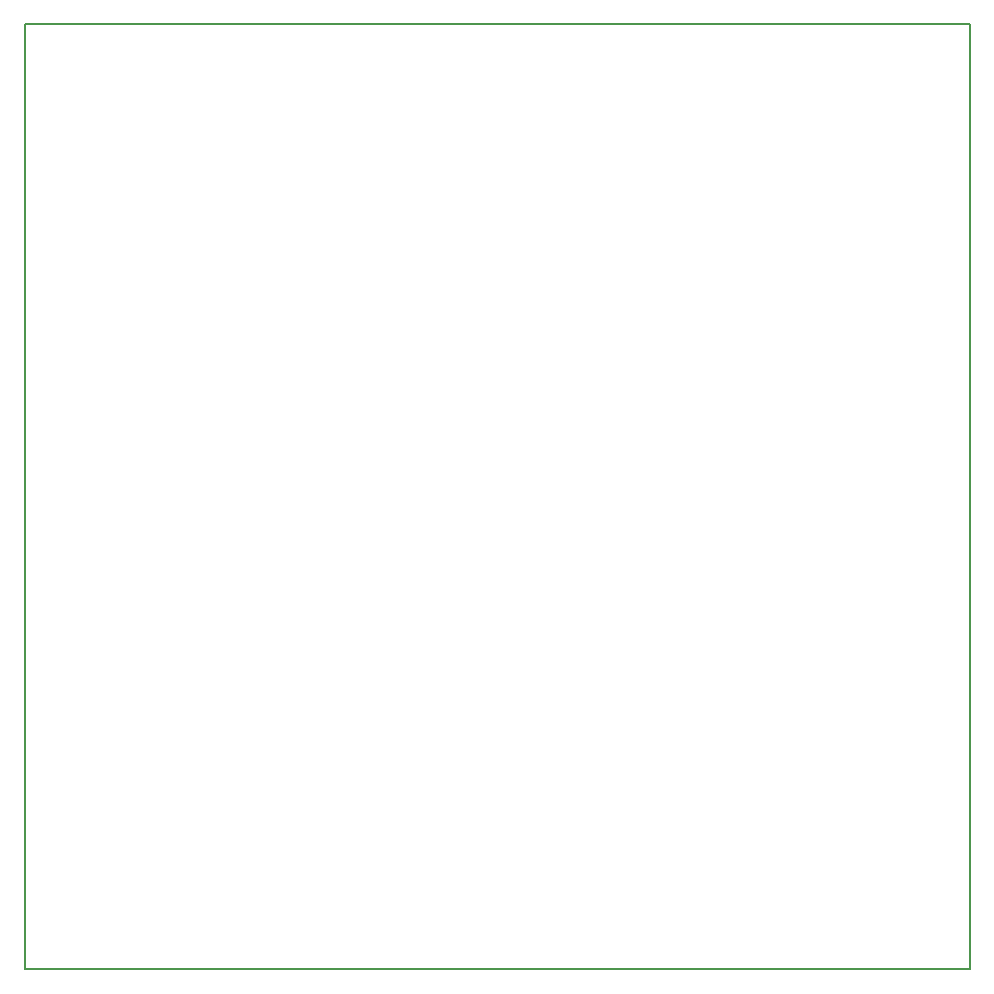
<source format=gm1>
G04*
G04 #@! TF.GenerationSoftware,Altium Limited,Altium Designer,23.3.1 (30)*
G04*
G04 Layer_Color=16711935*
%FSLAX25Y25*%
%MOIN*%
G70*
G04*
G04 #@! TF.SameCoordinates,CC060F13-8039-4013-9EB4-17962B1888DE*
G04*
G04*
G04 #@! TF.FilePolarity,Positive*
G04*
G01*
G75*
%ADD10C,0.00787*%
D10*
X-0Y314961D02*
X0Y0D01*
X-0Y314961D02*
X314961D01*
X314961Y0D01*
X0D02*
X314961D01*
M02*

</source>
